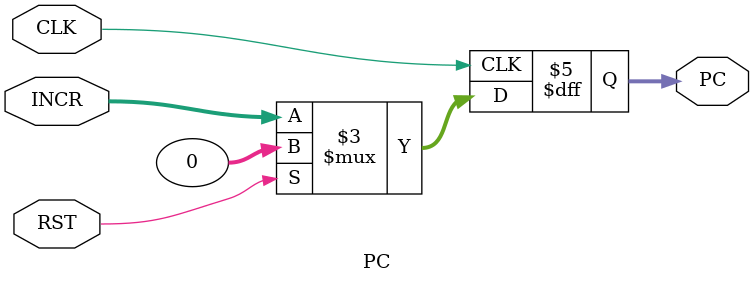
<source format=v>
`timescale 1ns / 1ps

module PC(INCR, CLK, RST, PC);
	
	input [31:0] INCR;
   input CLK, RST;
   output reg [31:0] PC;
		
	always @(posedge CLK)
	begin
	// Need to put reset here to always have a PC value
		if (RST) begin
			PC <= 0;
		end else	begin
			PC <= INCR;
		end
	end

endmodule

</source>
